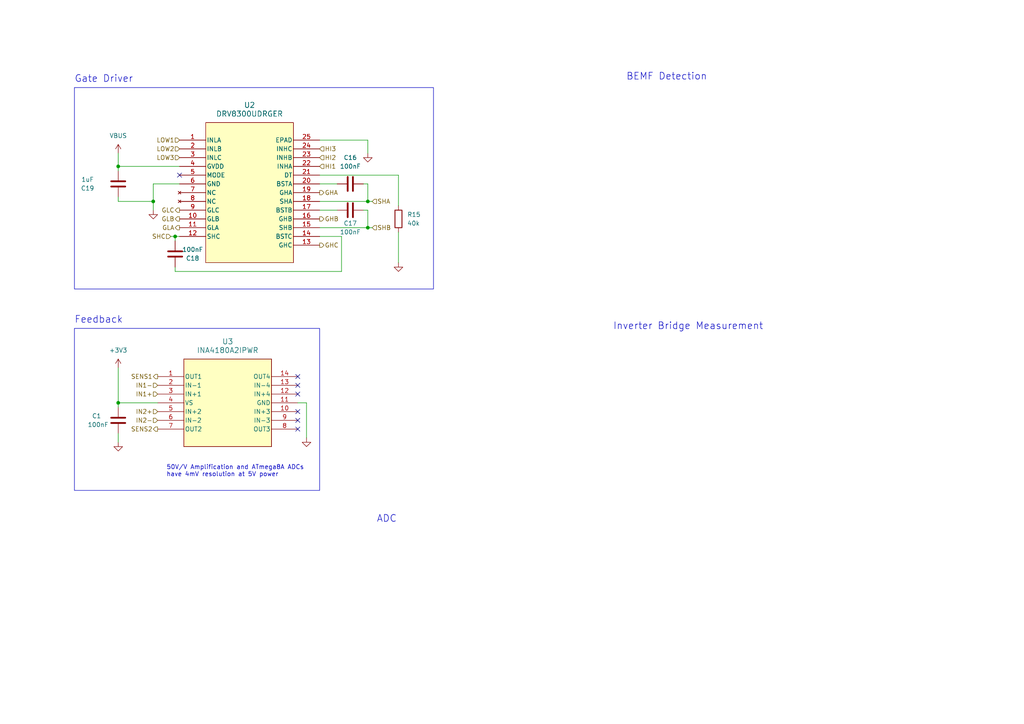
<source format=kicad_sch>
(kicad_sch (version 20230121) (generator eeschema)
  (paper "A4")
  (lib_symbols
    (symbol "Amplifier_Current:INA4180A1IPWR" (pin_names (offset 0.254))
      (property "Reference" "U" (at 20.32 10.16 0))
      (property "Value" "INA4180A1IPWR" (at 20.32 7.62 0))
      (symbol "INA4180A1IPWR_0_1"
        (polyline (pts (xy 7.62 -20.32) (xy 33.02 -20.32)) (stroke (width 0.127)))
        (polyline (pts (xy 7.62 5.08) (xy 7.62 -20.32)) (stroke (width 0.127)))
        (polyline (pts (xy 33.02 -20.32) (xy 33.02 5.08)) (stroke (width 0.127)))
        (polyline (pts (xy 33.02 5.08) (xy 7.62 5.08)) (stroke (width 0.127)))
        (pin output line (at 0 0 0) (length 7.62) (name "OUT1") (number "1"))
        (pin input line (at 40.64 -10.16 180) (length 7.62) (name "IN+3") (number "10"))
        (pin power_in line (at 40.64 -7.62 180) (length 7.62) (name "GND") (number "11"))
        (pin input line (at 40.64 -5.08 180) (length 7.62) (name "IN+4") (number "12"))
        (pin input line (at 40.64 -2.54 180) (length 7.62) (name "IN-4") (number "13"))
        (pin output line (at 40.64 0 180) (length 7.62) (name "OUT4") (number "14"))
        (pin input line (at 0 -2.54 0) (length 7.62) (name "IN-1") (number "2"))
        (pin input line (at 0 -5.08 0) (length 7.62) (name "IN+1") (number "3"))
        (pin power_in line (at 0 -7.62 0) (length 7.62) (name "VS") (number "4"))
        (pin input line (at 0 -10.16 0) (length 7.62) (name "IN+2") (number "5"))
        (pin input line (at 0 -12.7 0) (length 7.62) (name "IN-2") (number "6"))
        (pin output line (at 0 -15.24 0) (length 7.62) (name "OUT2") (number "7"))
        (pin output line (at 40.64 -15.24 180) (length 7.62) (name "OUT3") (number "8"))
        (pin input line (at 40.64 -12.7 180) (length 7.62) (name "IN-3") (number "9"))
      )
      (symbol "INA4180A1IPWR_1_1"
        (rectangle (start 7.62 5.08) (end 33.02 -20.32) (fill (type background)))
      )
    )
    (symbol "Device:C" (pin_numbers hide) (pin_names (offset 0.254))
      (property "Reference" "C" (at 0.635 2.54 0))
      (property "Value" "C" (at 0.635 -2.54 0))
      (symbol "C_0_1"
        (polyline (pts (xy -2.032 -0.762) (xy 2.032 -0.762)) (stroke (width 0.508)))
        (polyline (pts (xy -2.032 0.762) (xy 2.032 0.762)) (stroke (width 0.508)))
      )
      (symbol "C_1_1"
        (pin passive line (at 0 3.81 270) (length 2.794) (name "~") (number "1"))
        (pin passive line (at 0 -3.81 90) (length 2.794) (name "~") (number "2"))
      )
    )
    (symbol "Device:R" (pin_numbers hide) (pin_names (offset 0))
      (property "Reference" "R" (at 2.032 0 90))
      (property "Value" "R" (at 0 0 90))
      (symbol "R_0_1"
        (rectangle (start -1.016 -2.54) (end 1.016 2.54) (stroke (width 0.254)))
      )
      (symbol "R_1_1"
        (pin passive line (at 0 3.81 270) (length 1.27) (name "~") (number "1"))
        (pin passive line (at 0 -3.81 90) (length 1.27) (name "~") (number "2"))
      )
    )
    (symbol "Driver_Motor:DRV8300UDRGER" (pin_names (offset 0.254))
      (property "Reference" "U" (at 20.32 10.16 0))
      (property "Value" "DRV8300UDRGER" (at 20.32 7.62 0))
      (symbol "DRV8300UDRGER_0_1"
        (polyline (pts (xy 7.62 -35.56) (xy 33.02 -35.56)) (stroke (width 0.127)))
        (polyline (pts (xy 7.62 5.08) (xy 7.62 -35.56)) (stroke (width 0.127)))
        (polyline (pts (xy 33.02 -35.56) (xy 33.02 5.08)) (stroke (width 0.127)))
        (polyline (pts (xy 33.02 5.08) (xy 7.62 5.08)) (stroke (width 0.127)))
        (pin input line (at 0 0 0) (length 7.62) (name "INLA") (number "1"))
        (pin output line (at 0 -22.86 0) (length 7.62) (name "GLB") (number "10"))
        (pin output line (at 0 -25.4 0) (length 7.62) (name "GLA") (number "11"))
        (pin input line (at 0 -27.94 0) (length 7.62) (name "SHC") (number "12"))
        (pin output line (at 40.64 -30.48 180) (length 7.62) (name "GHC") (number "13"))
        (pin output line (at 40.64 -27.94 180) (length 7.62) (name "BSTC") (number "14"))
        (pin input line (at 40.64 -25.4 180) (length 7.62) (name "SHB") (number "15"))
        (pin output line (at 40.64 -22.86 180) (length 7.62) (name "GHB") (number "16"))
        (pin output line (at 40.64 -20.32 180) (length 7.62) (name "BSTB") (number "17"))
        (pin input line (at 40.64 -17.78 180) (length 7.62) (name "SHA") (number "18"))
        (pin output line (at 40.64 -15.24 180) (length 7.62) (name "GHA") (number "19"))
        (pin input line (at 0 -2.54 0) (length 7.62) (name "INLB") (number "2"))
        (pin output line (at 40.64 -12.7 180) (length 7.62) (name "BSTA") (number "20"))
        (pin input line (at 40.64 -10.16 180) (length 7.62) (name "DT") (number "21"))
        (pin input line (at 40.64 -7.62 180) (length 7.62) (name "INHA") (number "22"))
        (pin input line (at 40.64 -5.08 180) (length 7.62) (name "INHB") (number "23"))
        (pin input line (at 40.64 -2.54 180) (length 7.62) (name "INHC") (number "24"))
        (pin unspecified line (at 40.64 0 180) (length 7.62) (name "EPAD") (number "25"))
        (pin input line (at 0 -5.08 0) (length 7.62) (name "INLC") (number "3"))
        (pin power_in line (at 0 -7.62 0) (length 7.62) (name "GVDD") (number "4"))
        (pin input line (at 0 -10.16 0) (length 7.62) (name "MODE") (number "5"))
        (pin power_out line (at 0 -12.7 0) (length 7.62) (name "GND") (number "6"))
        (pin no_connect line (at 0 -15.24 0) (length 7.62) (name "NC") (number "7"))
        (pin no_connect line (at 0 -17.78 0) (length 7.62) (name "NC") (number "8"))
        (pin output line (at 0 -20.32 0) (length 7.62) (name "GLC") (number "9"))
      )
      (symbol "DRV8300UDRGER_1_1"
        (rectangle (start 7.62 5.08) (end 33.02 -35.56) (fill (type background)))
      )
    )
    (symbol "power:+3V3" (power) (pin_names (offset 0))
      (property "Value" "+3V3" (at 0 3.556 0))
      (symbol "+3V3_0_1"
        (polyline (pts (xy -0.762 1.27) (xy 0 2.54)))
        (polyline (pts (xy 0 0) (xy 0 2.54)))
        (polyline (pts (xy 0 2.54) (xy 0.762 1.27)))
      )
      (symbol "+3V3_1_1"
        (pin power_in line (at 0 0 90) (length 0) hide (name "+3V3") (number "1"))
      )
    )
    (symbol "power:GND" (power) (pin_names (offset 0))
      (property "Value" "GND" (at 0 -3.81 0))
      (symbol "GND_0_1"
        (polyline (pts (xy 0 0) (xy 0 -1.27) (xy 1.27 -1.27) (xy 0 -2.54) (xy -1.27 -1.27) (xy 0 -1.27)))
      )
      (symbol "GND_1_1"
        (pin power_in line (at 0 0 270) (length 0) hide (name "GND") (number "1"))
      )
    )
    (symbol "power:VBUS" (power) (pin_names (offset 0))
      (property "Value" "VBUS" (at 0 3.81 0))
      (symbol "VBUS_0_1"
        (polyline (pts (xy -0.762 1.27) (xy 0 2.54)))
        (polyline (pts (xy 0 0) (xy 0 2.54)))
        (polyline (pts (xy 0 2.54) (xy 0.762 1.27)))
      )
      (symbol "VBUS_1_1"
        (pin power_in line (at 0 0 90) (length 0) hide (name "VBUS") (number "1"))
      )
    )
  )
  (junction (at 44.45 58.42))
  (junction (at 50.8 68.58))
  (junction (at 34.29 116.84))
  (junction (at 34.29 48.26))
  (junction (at 106.68 58.42))
  (junction (at 106.68 66.04))
  (no_connect (at 52.07 50.8))
  (no_connect (at 86.36 121.92))
  (no_connect (at 86.36 119.38))
  (no_connect (at 86.36 109.22))
  (no_connect (at 86.36 124.46))
  (no_connect (at 86.36 111.76))
  (no_connect (at 86.36 114.3))
  (wire (pts (xy 115.57 50.8) (xy 115.57 59.69)))
  (wire (pts (xy 99.06 68.58) (xy 99.06 78.74)))
  (wire (pts (xy 34.29 106.68) (xy 34.29 116.84)))
  (wire (pts (xy 50.8 68.58) (xy 52.07 68.58)))
  (wire (pts (xy 92.71 58.42) (xy 106.68 58.42)))
  (wire (pts (xy 34.29 58.42) (xy 34.29 57.15)))
  (wire (pts (xy 88.9 127) (xy 88.9 116.84)))
  (wire (pts (xy 44.45 60.96) (xy 44.45 58.42)))
  (wire (pts (xy 49.53 68.58) (xy 50.8 68.58)))
  (wire (pts (xy 115.57 67.31) (xy 115.57 76.2)))
  (wire (pts (xy 92.71 53.34) (xy 97.79 53.34)))
  (wire (pts (xy 105.41 60.96) (xy 106.68 60.96)))
  (wire (pts (xy 92.71 60.96) (xy 97.79 60.96)))
  (wire (pts (xy 106.68 40.64) (xy 92.71 40.64)))
  (wire (pts (xy 44.45 53.34) (xy 44.45 58.42)))
  (wire (pts (xy 50.8 78.74) (xy 99.06 78.74)))
  (wire (pts (xy 106.68 60.96) (xy 106.68 66.04)))
  (wire (pts (xy 106.68 53.34) (xy 105.41 53.34)))
  (wire (pts (xy 106.68 44.45) (xy 106.68 40.64)))
  (wire (pts (xy 44.45 53.34) (xy 52.07 53.34)))
  (wire (pts (xy 34.29 125.73) (xy 34.29 128.27)))
  (wire (pts (xy 107.95 66.04) (xy 106.68 66.04)))
  (wire (pts (xy 34.29 58.42) (xy 44.45 58.42)))
  (wire (pts (xy 106.68 53.34) (xy 106.68 58.42)))
  (wire (pts (xy 34.29 116.84) (xy 34.29 118.11)))
  (wire (pts (xy 34.29 48.26) (xy 52.07 48.26)))
  (wire (pts (xy 92.71 68.58) (xy 99.06 68.58)))
  (wire (pts (xy 107.95 58.42) (xy 106.68 58.42)))
  (wire (pts (xy 34.29 116.84) (xy 45.72 116.84)))
  (wire (pts (xy 106.68 66.04) (xy 92.71 66.04)))
  (wire (pts (xy 34.29 44.45) (xy 34.29 48.26)))
  (wire (pts (xy 50.8 78.74) (xy 50.8 77.47)))
  (wire (pts (xy 86.36 116.84) (xy 88.9 116.84)))
  (wire (pts (xy 92.71 50.8) (xy 115.57 50.8)))
  (wire (pts (xy 34.29 48.26) (xy 34.29 49.53)))
  (wire (pts (xy 50.8 68.58) (xy 50.8 69.85)))
  (rectangle (start 21.59 95.25) (end 92.71 142.24))
  (rectangle (start 21.59 25.4) (end 125.73 83.82))
  (text "Inverter Bridge Measurement\n\n" (at 177.8 99.06 0) (effects (font (size 2 2)) (justify left bottom)))
  (text "Feedback\n" (at 21.59 93.98 0) (effects (font (size 2 2)) (justify left bottom)))
  (text "Gate Driver\n" (at 21.59 24.13 0) (effects (font (size 2 2)) (justify left bottom)))
  (text "50V/V Amplification and ATmega8A ADCs \nhave 4mV resolution at 5V power" (at 48.26 138.43 0) (effects (font (size 1.27 1.27)) (justify left bottom)))
  (text "BEMF Detection\n\n" (at 181.61 26.67 0) (effects (font (size 2 2)) (justify left bottom)))
  (text "ADC\n\n" (at 109.22 154.94 0) (effects (font (size 2 2)) (justify left bottom)))
  (hierarchical_label "HI3" (shape input) (at 92.71 43.18 0))
  (hierarchical_label "GHC" (shape output) (at 92.71 71.12 0))
  (hierarchical_label "IN2+" (shape input) (at 45.72 119.38 180))
  (hierarchical_label "SENS1" (shape output) (at 45.72 109.22 180))
  (hierarchical_label "GLC" (shape output) (at 52.07 60.96 180))
  (hierarchical_label "HI1" (shape input) (at 92.71 48.26 0))
  (hierarchical_label "GLA" (shape output) (at 52.07 66.04 180))
  (hierarchical_label "SHC" (shape input) (at 49.53 68.58 180))
  (hierarchical_label "IN1-" (shape input) (at 45.72 111.76 180))
  (hierarchical_label "HI2" (shape input) (at 92.71 45.72 0))
  (hierarchical_label "IN1+" (shape input) (at 45.72 114.3 180))
  (hierarchical_label "LOW3" (shape input) (at 52.07 45.72 180))
  (hierarchical_label "LOW2" (shape input) (at 52.07 43.18 180))
  (hierarchical_label "GHA" (shape output) (at 92.71 55.88 0))
  (hierarchical_label "GHB" (shape output) (at 92.71 63.5 0))
  (hierarchical_label "SHA" (shape input) (at 107.95 58.42 0))
  (hierarchical_label "SENS2" (shape output) (at 45.72 124.46 180))
  (hierarchical_label "IN2-" (shape input) (at 45.72 121.92 180))
  (hierarchical_label "GLB" (shape output) (at 52.07 63.5 180))
  (hierarchical_label "SHB" (shape input) (at 107.95 66.04 0))
  (hierarchical_label "LOW1" (shape input) (at 52.07 40.64 180))
  (symbol (lib_id "Device:R") (at 115.57 63.5 0) (unit 1)
    (property "Reference" "R15" (at 118.11 62.23 0) (effects (justify left)))
    (property "Value" "40k" (at 118.11 64.77 0) (effects (justify left)))
  )
  (symbol (lib_id "Device:C") (at 101.6 60.96 90) (unit 1)
    (property "Reference" "C17" (at 101.6 64.77 90))
    (property "Value" "100nF" (at 101.6 67.31 90))
  )
  (symbol (lib_id "Device:C") (at 34.29 121.92 0) (unit 1)
    (property "Reference" "C1" (at 26.67 120.65 0) (effects (justify left)))
    (property "Value" "100nF" (at 25.4 123.19 0) (effects (justify left)))
  )
  (symbol (lib_id "power:GND") (at 44.45 60.96 0) (unit 1)
    (property "Reference" "#PWR07" (effects hide))
    (property "Value" "GND" (effects hide))
    (instances (project "BLDC_ESC" (path "" (reference "#PWR07") (unit 1)) (path "" (reference "#PWR018") (unit 1))))
  )
  (symbol (lib_id "power:+3V3") (at 34.29 106.68 0) (unit 1)
    (property "Reference" "#PWR04" (effects hide))
    (property "Value" "+3V3" (at 34.29 101.6 0))
    (instances (project "BLDC_ESC" (path "" (reference "#PWR04") (unit 1)) (path "" (reference "#PWR03") (unit 1))))
  )
  (symbol (lib_id "Device:C") (at 101.6 53.34 90) (unit 1)
    (property "Reference" "C16" (at 101.6 45.72 90))
    (property "Value" "100nF" (at 101.6 48.26 90))
  )
  (symbol (lib_id "power:GND") (at 115.57 76.2 0) (unit 1)
    (property "Reference" "#PWR07" (effects hide))
    (property "Value" "GND" (effects hide))
    (instances (project "BLDC_ESC" (path "" (reference "#PWR07") (unit 1)) (path "" (reference "#PWR023") (unit 1))))
  )
  (symbol (lib_id "power:GND") (at 88.9 127 0) (unit 1)
    (property "Reference" "#PWR03" (effects hide))
    (property "Value" "GND" (effects hide))
    (instances (project "BLDC_ESC" (path "" (reference "#PWR03") (unit 1)) (path "" (reference "#PWR05") (unit 1))))
  )
  (symbol (lib_id "power:GND") (at 106.68 44.45 0) (unit 1)
    (property "Reference" "#PWR07" (effects hide))
    (property "Value" "GND" (effects hide))
    (instances (project "BLDC_ESC" (path "" (reference "#PWR07") (unit 1)) (path "" (reference "#PWR024") (unit 1))))
  )
  (symbol (lib_id "Device:C") (at 50.8 73.66 180) (unit 1)
    (property "Reference" "C18" (at 55.88 74.93 0))
    (property "Value" "100nF" (at 55.88 72.39 0))
  )
  (symbol (lib_id "power:VBUS") (at 34.29 44.45 0) (unit 1)
    (property "Reference" "#PWR0125" (effects hide))
    (property "Value" "VBUS" (at 34.29 39.37 0))
    (instances (project "power" (path "" (reference "#PWR0125") (unit 1))) (project "Power" (path "" (reference "#PWR03") (unit 1))) (project "actuation" (path "" (reference "#PWR0125") (unit 1))) (project "Flight_Board" (path "" (reference "#PWR0125") (unit 1))) (project "BLDC_ESC" (path "" (reference "#PWR034") (unit 1)) (path "" (reference "#PWR06") (unit 1))))
  )
  (symbol (lib_id "power:GND") (at 34.29 128.27 0) (unit 1)
    (property "Reference" "#PWR05" (effects hide))
    (property "Value" "GND" (effects hide))
    (instances (project "BLDC_ESC" (path "" (reference "#PWR05") (unit 1)) (path "" (reference "#PWR04") (unit 1))))
  )
  (symbol (lib_id "Amplifier_Current:INA4180A1IPWR") (at 45.72 109.22 0) (unit 1)
    (property "Reference" "U3" (at 66.04 99.06 0) (effects (font (size 1.524 1.524))))
    (property "Value" "INA4180A2IPWR" (at 66.04 101.6 0) (effects (font (size 1.524 1.524))))
    (property "Footprint" "PW14_TEX" (effects hide))
    (property "Datasheet" "INA4180A1IPWR" (effects hide))
  )
  (symbol (lib_id "Driver_Motor:DRV8300UDRGER") (at 52.07 40.64 0) (unit 1)
    (property "Reference" "U2" (at 72.39 30.48 0) (effects (font (size 1.524 1.524))))
    (property "Value" "DRV8300UDRGER" (at 72.39 33.02 0) (effects (font (size 1.524 1.524))))
    (property "Footprint" "WQFN_0DRGER_TEX" (effects hide))
    (property "Datasheet" "DRV8300UDRGER" (effects hide))
  )
  (symbol (lib_id "Device:C") (at 34.29 53.34 180) (unit 1)
    (property "Reference" "C19" (at 25.4 54.61 0))
    (property "Value" "1uF" (at 25.4 52.07 0))
  )
)
</source>
